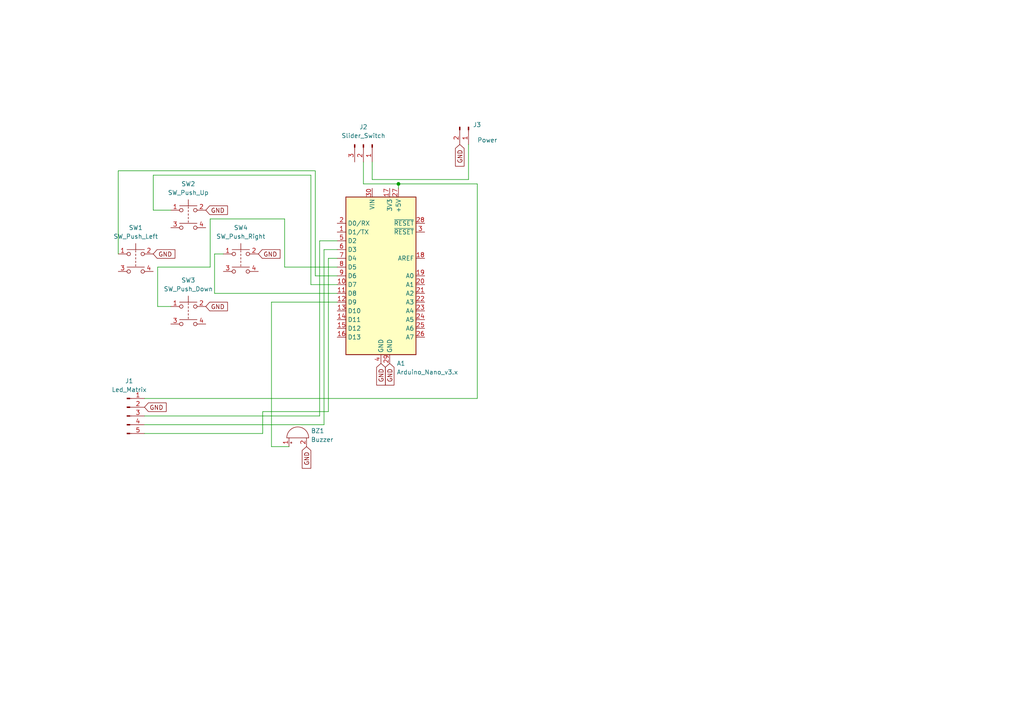
<source format=kicad_sch>
(kicad_sch (version 20211123) (generator eeschema)
  (paper "A4")
  (lib_symbols
    (symbol "Connector:Conn_01x02_Male" (pin_names (offset 1.016) hide)
      (property "Reference" "J" (at 0 2.54 0))
      (property "Value" "Conn_01x02_Male" (at 0 -5.08 0))
      (symbol "Conn_01x02_Male_1_1"
        (polyline (pts (xy 1.27 -2.54) (xy 0.8636 -2.54)) (stroke (width 0.1524)))
        (polyline (pts (xy 1.27 0) (xy 0.8636 0)) (stroke (width 0.1524)))
        (rectangle (start 0.8636 -2.413) (end 0 -2.667) (stroke (width 0.1524)) (fill (type outline)))
        (rectangle (start 0.8636 0.127) (end 0 -0.127) (stroke (width 0.1524)) (fill (type outline)))
        (pin passive line (at 5.08 0 180) (length 3.81) (name "Pin_1") (number "1"))
        (pin passive line (at 5.08 -2.54 180) (length 3.81) (name "Pin_2") (number "2"))
      )
    )
    (symbol "Connector:Conn_01x03_Male" (pin_names (offset 1.016) hide)
      (property "Reference" "J" (at 0 5.08 0))
      (property "Value" "Conn_01x03_Male" (at 0 -5.08 0))
      (symbol "Conn_01x03_Male_1_1"
        (polyline (pts (xy 1.27 -2.54) (xy 0.8636 -2.54)) (stroke (width 0.1524)))
        (polyline (pts (xy 1.27 0) (xy 0.8636 0)) (stroke (width 0.1524)))
        (polyline (pts (xy 1.27 2.54) (xy 0.8636 2.54)) (stroke (width 0.1524)))
        (rectangle (start 0.8636 -2.413) (end 0 -2.667) (stroke (width 0.1524)) (fill (type outline)))
        (rectangle (start 0.8636 0.127) (end 0 -0.127) (stroke (width 0.1524)) (fill (type outline)))
        (rectangle (start 0.8636 2.667) (end 0 2.413) (stroke (width 0.1524)) (fill (type outline)))
        (pin passive line (at 5.08 2.54 180) (length 3.81) (name "Pin_1") (number "1"))
        (pin passive line (at 5.08 0 180) (length 3.81) (name "Pin_2") (number "2"))
        (pin passive line (at 5.08 -2.54 180) (length 3.81) (name "Pin_3") (number "3"))
      )
    )
    (symbol "Connector:Conn_01x05_Male" (pin_names (offset 1.016) hide)
      (property "Reference" "J" (at 0 7.62 0))
      (property "Value" "Conn_01x05_Male" (at 0 -7.62 0))
      (symbol "Conn_01x05_Male_1_1"
        (polyline (pts (xy 1.27 -5.08) (xy 0.8636 -5.08)) (stroke (width 0.1524)))
        (polyline (pts (xy 1.27 -2.54) (xy 0.8636 -2.54)) (stroke (width 0.1524)))
        (polyline (pts (xy 1.27 0) (xy 0.8636 0)) (stroke (width 0.1524)))
        (polyline (pts (xy 1.27 2.54) (xy 0.8636 2.54)) (stroke (width 0.1524)))
        (polyline (pts (xy 1.27 5.08) (xy 0.8636 5.08)) (stroke (width 0.1524)))
        (rectangle (start 0.8636 -4.953) (end 0 -5.207) (stroke (width 0.1524)) (fill (type outline)))
        (rectangle (start 0.8636 -2.413) (end 0 -2.667) (stroke (width 0.1524)) (fill (type outline)))
        (rectangle (start 0.8636 0.127) (end 0 -0.127) (stroke (width 0.1524)) (fill (type outline)))
        (rectangle (start 0.8636 2.667) (end 0 2.413) (stroke (width 0.1524)) (fill (type outline)))
        (rectangle (start 0.8636 5.207) (end 0 4.953) (stroke (width 0.1524)) (fill (type outline)))
        (pin passive line (at 5.08 5.08 180) (length 3.81) (name "Pin_1") (number "1"))
        (pin passive line (at 5.08 2.54 180) (length 3.81) (name "Pin_2") (number "2"))
        (pin passive line (at 5.08 0 180) (length 3.81) (name "Pin_3") (number "3"))
        (pin passive line (at 5.08 -2.54 180) (length 3.81) (name "Pin_4") (number "4"))
        (pin passive line (at 5.08 -5.08 180) (length 3.81) (name "Pin_5") (number "5"))
      )
    )
    (symbol "Device:Buzzer" (pin_names (offset 0.0254) hide)
      (property "Reference" "BZ" (at 3.81 1.27 0))
      (property "Value" "Buzzer" (at 3.81 -1.27 0))
      (symbol "Buzzer_0_1"
        (arc (start 0 -3.175) (mid 3.175 0) (end 0 3.175))
        (polyline (pts (xy -1.651 1.905) (xy -1.143 1.905)))
        (polyline (pts (xy -1.397 2.159) (xy -1.397 1.651)))
        (polyline (pts (xy 0 3.175) (xy 0 -3.175)))
      )
      (symbol "Buzzer_1_1"
        (pin passive line (at -2.54 2.54 0) (length 2.54) (name "-") (number "1"))
        (pin passive line (at -2.54 -2.54 0) (length 2.54) (name "+") (number "2"))
      )
    )
    (symbol "MCU_Module:Arduino_Nano_v3.x"
      (property "Reference" "A" (at -10.16 23.495 0))
      (property "Value" "Arduino_Nano_v3.x" (at 5.08 -24.13 0))
      (symbol "Arduino_Nano_v3.x_0_1"
        (rectangle (start -10.16 22.86) (end 10.16 -22.86) (stroke (width 0.254)) (fill (type background)))
      )
      (symbol "Arduino_Nano_v3.x_1_1"
        (pin bidirectional line (at -12.7 12.7 0) (length 2.54) (name "D1/TX") (number "1"))
        (pin bidirectional line (at -12.7 -2.54 0) (length 2.54) (name "D7") (number "10"))
        (pin bidirectional line (at -12.7 -5.08 0) (length 2.54) (name "D8") (number "11"))
        (pin bidirectional line (at -12.7 -7.62 0) (length 2.54) (name "D9") (number "12"))
        (pin bidirectional line (at -12.7 -10.16 0) (length 2.54) (name "D10") (number "13"))
        (pin bidirectional line (at -12.7 -12.7 0) (length 2.54) (name "D11") (number "14"))
        (pin bidirectional line (at -12.7 -15.24 0) (length 2.54) (name "D12") (number "15"))
        (pin bidirectional line (at -12.7 -17.78 0) (length 2.54) (name "D13") (number "16"))
        (pin power_out line (at 2.54 25.4 270) (length 2.54) (name "3V3") (number "17"))
        (pin input line (at 12.7 5.08 180) (length 2.54) (name "AREF") (number "18"))
        (pin bidirectional line (at 12.7 0 180) (length 2.54) (name "A0") (number "19"))
        (pin bidirectional line (at -12.7 15.24 0) (length 2.54) (name "D0/RX") (number "2"))
        (pin bidirectional line (at 12.7 -2.54 180) (length 2.54) (name "A1") (number "20"))
        (pin bidirectional line (at 12.7 -5.08 180) (length 2.54) (name "A2") (number "21"))
        (pin bidirectional line (at 12.7 -7.62 180) (length 2.54) (name "A3") (number "22"))
        (pin bidirectional line (at 12.7 -10.16 180) (length 2.54) (name "A4") (number "23"))
        (pin bidirectional line (at 12.7 -12.7 180) (length 2.54) (name "A5") (number "24"))
        (pin bidirectional line (at 12.7 -15.24 180) (length 2.54) (name "A6") (number "25"))
        (pin bidirectional line (at 12.7 -17.78 180) (length 2.54) (name "A7") (number "26"))
        (pin power_out line (at 5.08 25.4 270) (length 2.54) (name "+5V") (number "27"))
        (pin input line (at 12.7 15.24 180) (length 2.54) (name "~{RESET}") (number "28"))
        (pin power_in line (at 2.54 -25.4 90) (length 2.54) (name "GND") (number "29"))
        (pin input line (at 12.7 12.7 180) (length 2.54) (name "~{RESET}") (number "3"))
        (pin power_in line (at -2.54 25.4 270) (length 2.54) (name "VIN") (number "30"))
        (pin power_in line (at 0 -25.4 90) (length 2.54) (name "GND") (number "4"))
        (pin bidirectional line (at -12.7 10.16 0) (length 2.54) (name "D2") (number "5"))
        (pin bidirectional line (at -12.7 7.62 0) (length 2.54) (name "D3") (number "6"))
        (pin bidirectional line (at -12.7 5.08 0) (length 2.54) (name "D4") (number "7"))
        (pin bidirectional line (at -12.7 2.54 0) (length 2.54) (name "D5") (number "8"))
        (pin bidirectional line (at -12.7 0 0) (length 2.54) (name "D6") (number "9"))
      )
    )
    (symbol "Switch:SW_Push_Dual" (pin_names (offset 1.016) hide)
      (property "Reference" "SW" (at 1.27 2.54 0))
      (property "Value" "SW_Push_Dual" (at 0 -6.858 0))
      (symbol "SW_Push_Dual_0_1"
        (circle (center -2.032 -5.08) (radius 0.508))
        (circle (center -2.032 0) (radius 0.508))
        (polyline (pts (xy 0 -3.048) (xy 0 -3.556)))
        (polyline (pts (xy 0 -2.032) (xy 0 -2.54)))
        (polyline (pts (xy 0 -1.524) (xy 0 -1.016)))
        (polyline (pts (xy 0 -0.508) (xy 0 0)))
        (polyline (pts (xy 0 0.508) (xy 0 1.016)))
        (polyline (pts (xy 0 1.27) (xy 0 3.048)))
        (polyline (pts (xy 2.54 -3.81) (xy -2.54 -3.81)))
        (polyline (pts (xy 2.54 1.27) (xy -2.54 1.27)))
        (circle (center 2.032 -5.08) (radius 0.508))
        (circle (center 2.032 0) (radius 0.508))
        (pin passive line (at -5.08 0 0) (length 2.54) (name "1") (number "1"))
        (pin passive line (at 5.08 0 180) (length 2.54) (name "2") (number "2"))
        (pin passive line (at -5.08 -5.08 0) (length 2.54) (name "3") (number "3"))
        (pin passive line (at 5.08 -5.08 180) (length 2.54) (name "4") (number "4"))
      )
    )
  )
  (junction (at 115.57 53.34))
  (wire (pts (xy 83.82 129.54) (xy 78.74 129.54)))
  (wire (pts (xy 93.98 123.19) (xy 93.98 72.39)))
  (wire (pts (xy 62.23 73.66) (xy 64.77 73.66)))
  (wire (pts (xy 49.53 60.96) (xy 44.45 60.96)))
  (wire (pts (xy 90.17 50.8) (xy 90.17 82.55)))
  (wire (pts (xy 76.2 125.73) (xy 76.2 119.38)))
  (wire (pts (xy 45.72 77.47) (xy 60.96 77.47)))
  (wire (pts (xy 78.74 129.54) (xy 78.74 87.63)))
  (wire (pts (xy 60.96 77.47) (xy 60.96 63.5)))
  (wire (pts (xy 45.72 88.9) (xy 45.72 77.47)))
  (wire (pts (xy 95.25 119.38) (xy 95.25 74.93)))
  (wire (pts (xy 93.98 72.39) (xy 97.79 72.39)))
  (wire (pts (xy 115.57 53.34) (xy 138.43 53.34)))
  (wire (pts (xy 76.2 119.38) (xy 95.25 119.38)))
  (wire (pts (xy 82.55 77.47) (xy 97.79 77.47)))
  (wire (pts (xy 34.29 73.66) (xy 34.29 49.53)))
  (wire (pts (xy 135.89 41.91) (xy 135.89 52.07)))
  (wire (pts (xy 41.91 120.65) (xy 92.71 120.65)))
  (wire (pts (xy 34.29 49.53) (xy 91.44 49.53)))
  (wire (pts (xy 44.45 60.96) (xy 44.45 50.8)))
  (wire (pts (xy 49.53 88.9) (xy 45.72 88.9)))
  (wire (pts (xy 41.91 123.19) (xy 93.98 123.19)))
  (wire (pts (xy 62.23 85.09) (xy 62.23 73.66)))
  (wire (pts (xy 107.95 52.07) (xy 135.89 52.07)))
  (wire (pts (xy 60.96 63.5) (xy 82.55 63.5)))
  (wire (pts (xy 105.41 53.34) (xy 115.57 53.34)))
  (wire (pts (xy 62.23 85.09) (xy 97.79 85.09)))
  (wire (pts (xy 91.44 49.53) (xy 91.44 80.01)))
  (wire (pts (xy 138.43 115.57) (xy 41.91 115.57)))
  (wire (pts (xy 44.45 50.8) (xy 90.17 50.8)))
  (wire (pts (xy 115.57 53.34) (xy 115.57 54.61)))
  (wire (pts (xy 138.43 53.34) (xy 138.43 115.57)))
  (wire (pts (xy 92.71 120.65) (xy 92.71 69.85)))
  (wire (pts (xy 107.95 52.07) (xy 107.95 46.99)))
  (wire (pts (xy 41.91 125.73) (xy 76.2 125.73)))
  (wire (pts (xy 78.74 87.63) (xy 97.79 87.63)))
  (wire (pts (xy 105.41 46.99) (xy 105.41 53.34)))
  (wire (pts (xy 92.71 69.85) (xy 97.79 69.85)))
  (wire (pts (xy 91.44 80.01) (xy 97.79 80.01)))
  (wire (pts (xy 95.25 74.93) (xy 97.79 74.93)))
  (wire (pts (xy 82.55 63.5) (xy 82.55 77.47)))
  (wire (pts (xy 90.17 82.55) (xy 97.79 82.55)))
  (global_label "GND" (shape input) (at 133.35 41.91 270) (property "Intersheet References" "${INTERSHEET_REFS}" (effects hide)))
  (global_label "GND" (shape input) (at 44.45 73.66 0) (property "Intersheet References" "${INTERSHEET_REFS}" (effects hide)))
  (global_label "GND" (shape input) (at 59.69 60.96 0) (property "Intersheet References" "${INTERSHEET_REFS}" (effects hide)))
  (global_label "GND" (shape input) (at 113.03 105.41 270) (property "Intersheet References" "${INTERSHEET_REFS}" (effects hide)))
  (global_label "GND" (shape input) (at 88.9 129.54 270) (property "Intersheet References" "${INTERSHEET_REFS}" (effects hide)))
  (global_label "GND" (shape input) (at 110.49 105.41 270) (property "Intersheet References" "${INTERSHEET_REFS}" (effects hide)))
  (global_label "GND" (shape input) (at 41.91 118.11 0) (property "Intersheet References" "${INTERSHEET_REFS}" (effects hide)))
  (global_label "GND" (shape input) (at 74.93 73.66 0) (property "Intersheet References" "${INTERSHEET_REFS}" (effects hide)))
  (global_label "GND" (shape input) (at 59.69 88.9 0) (property "Intersheet References" "${INTERSHEET_REFS}" (effects hide)))
  (symbol (lib_id "Switch:SW_Push_Dual") (at 69.85 73.66 0) (unit 1)
    (property "Reference" "SW4" (at 69.85 66.04 0))
    (property "Value" "SW_Push_Right" (at 69.85 68.58 0))
    (property "Footprint" "Button_Switch_THT:12x12mm_Tactile_Switch_Makengineer" (effects hide))
  )
  (symbol (lib_id "Connector:Conn_01x05_Male") (at 36.83 120.65 0) (unit 1)
    (property "Reference" "J1" (at 37.465 110.49 0))
    (property "Value" "Led_Matrix" (at 37.465 113.03 0))
    (property "Footprint" "Connector_PinHeader_2.54mm:PinHeader_1x05_P2.54mm_Vertical" (effects hide))
  )
  (symbol (lib_id "Connector:Conn_01x02_Male") (at 135.89 36.83 270) (unit 1)
    (property "Reference" "J3" (at 137.16 36.1949 90) (effects (justify left)))
    (property "Value" "Power" (at 138.43 40.64 90) (effects (justify left)))
    (property "Footprint" "Connector_PinHeader_2.54mm:PinHeader_1x02_P2.54mm_Vertical" (effects hide))
  )
  (symbol (lib_id "Switch:SW_Push_Dual") (at 54.61 88.9 0) (unit 1)
    (property "Reference" "SW3" (at 54.61 81.28 0))
    (property "Value" "SW_Push_Down" (at 54.61 83.82 0))
    (property "Footprint" "Button_Switch_THT:12x12mm_Tactile_Switch_Makengineer" (effects hide))
  )
  (symbol (lib_id "Switch:SW_Push_Dual") (at 54.61 60.96 0) (unit 1)
    (property "Reference" "SW2" (at 54.61 53.34 0))
    (property "Value" "SW_Push_Up" (at 54.61 55.88 0))
    (property "Footprint" "Button_Switch_THT:12x12mm_Tactile_Switch_Makengineer" (effects hide))
  )
  (symbol (lib_id "MCU_Module:Arduino_Nano_v3.x") (at 110.49 80.01 0) (unit 1)
    (property "Reference" "A1" (at 115.0494 105.41 0) (effects (justify left)))
    (property "Value" "Arduino_Nano_v3.x" (at 115.0494 107.95 0) (effects (justify left)))
    (property "Footprint" "Module:Arduino_Nano" (effects hide))
    (property "Datasheet" "http://www.mouser.com/pdfdocs/Gravitech_Arduino_Nano3_0.pdf" (effects hide))
  )
  (symbol (lib_id "Device:Buzzer") (at 86.36 127 90) (unit 1)
    (property "Reference" "BZ1" (at 90.17 124.9679 90) (effects (justify right)))
    (property "Value" "Buzzer" (at 90.17 127.5079 90) (effects (justify right)))
    (property "Footprint" "Buzzer_Beeper:Buzzer_12x9.5RM7.6" (effects hide))
  )
  (symbol (lib_id "Connector:Conn_01x03_Male") (at 105.41 41.91 270) (unit 1)
    (property "Reference" "J2" (at 105.41 36.83 90))
    (property "Value" "Slider_Switch" (at 105.41 39.37 90))
    (property "Footprint" "Button_Switch_THT:3Pin_Slider_Switch_Makengineer" (effects hide))
  )
  (symbol (lib_id "Switch:SW_Push_Dual") (at 39.37 73.66 0) (unit 1)
    (property "Reference" "SW1" (at 39.37 66.04 0))
    (property "Value" "SW_Push_Left" (at 39.37 68.58 0))
    (property "Footprint" "Button_Switch_THT:12x12mm_Tactile_Switch_Makengineer" (effects hide))
  )
)
</source>
